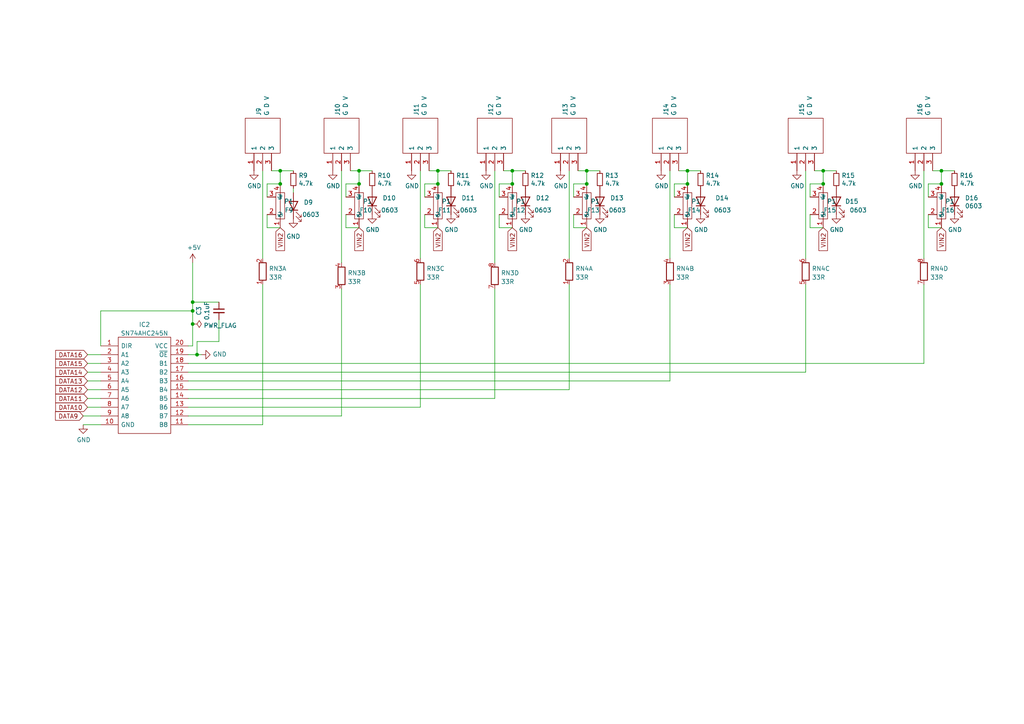
<source format=kicad_sch>
(kicad_sch (version 20211123) (generator eeschema)
  (paper "A4")
  (title_block (title "RPI Cape DPI 24ch Pixel Controller") (date "2022-04-04") (company "OnlineDynamic"))
  (lib_symbols
    (symbol "Device:C_Small" (pin_numbers hide) (pin_names (offset 0.254) hide)
      (property "Reference" "C" (at 0.254 1.778 0))
      (property "Value" "C_Small" (at 0.254 -2.032 0))
      (symbol "C_Small_0_1"
        (polyline (pts (xy -1.524 -0.508) (xy 1.524 -0.508)) (stroke (width 0.3302)))
        (polyline (pts (xy -1.524 0.508) (xy 1.524 0.508)) (stroke (width 0.3048)))
      )
      (symbol "C_Small_1_1"
        (pin passive line (at 0 2.54 270) (length 2.032) (name "~") (number "1"))
        (pin passive line (at 0 -2.54 90) (length 2.032) (name "~") (number "2"))
      )
    )
    (symbol "Device:LED" (pin_numbers hide) (pin_names (offset 1.016) hide)
      (property "Reference" "D" (at 0 2.54 0))
      (property "Value" "LED" (at 0 -2.54 0))
      (symbol "LED_0_1"
        (polyline (pts (xy -1.27 -1.27) (xy -1.27 1.27)) (stroke (width 0.254)))
        (polyline (pts (xy -1.27 0) (xy 1.27 0)))
        (polyline (pts (xy 1.27 -1.27) (xy 1.27 1.27) (xy -1.27 0) (xy 1.27 -1.27)) (stroke (width 0.254)))
        (polyline (pts (xy -3.048 -0.762) (xy -4.572 -2.286) (xy -3.81 -2.286) (xy -4.572 -2.286) (xy -4.572 -1.524)))
        (polyline (pts (xy -1.778 -0.762) (xy -3.302 -2.286) (xy -2.54 -2.286) (xy -3.302 -2.286) (xy -3.302 -1.524)))
      )
      (symbol "LED_1_1"
        (pin passive line (at -3.81 0 0) (length 2.54) (name "K") (number "1"))
        (pin passive line (at 3.81 0 180) (length 2.54) (name "A") (number "2"))
      )
    )
    (symbol "Device:R_Pack04_SIP_Split" (pin_names (offset 0) hide)
      (property "Reference" "RN" (at 2.032 0 90))
      (property "Value" "R_Pack04_SIP_Split" (at 0 0 90))
      (symbol "R_Pack04_SIP_Split_0_1"
        (rectangle (start 1.016 2.54) (end -1.016 -2.54) (stroke (width 0.254)))
      )
      (symbol "R_Pack04_SIP_Split_1_1"
        (pin passive line (at 0 -3.81 90) (length 1.27) (name "R1.1") (number "1"))
        (pin passive line (at 0 3.81 270) (length 1.27) (name "R1.2") (number "2"))
      )
      (symbol "R_Pack04_SIP_Split_2_1"
        (pin passive line (at 0 -3.81 90) (length 1.27) (name "R2.1") (number "3"))
        (pin passive line (at 0 3.81 270) (length 1.27) (name "R2.2") (number "4"))
      )
      (symbol "R_Pack04_SIP_Split_3_1"
        (pin passive line (at 0 -3.81 90) (length 1.27) (name "R3.1") (number "5"))
        (pin passive line (at 0 3.81 270) (length 1.27) (name "R3.2") (number "6"))
      )
      (symbol "R_Pack04_SIP_Split_4_1"
        (pin passive line (at 0 -3.81 90) (length 1.27) (name "R4.1") (number "7"))
        (pin passive line (at 0 3.81 270) (length 1.27) (name "R4.2") (number "8"))
      )
    )
    (symbol "Device:R_Small" (pin_numbers hide) (pin_names (offset 0.254) hide)
      (property "Reference" "R" (at 0.762 0.508 0))
      (property "Value" "R_Small" (at 0.762 -1.016 0))
      (symbol "R_Small_0_1"
        (rectangle (start -0.762 1.778) (end 0.762 -1.778) (stroke (width 0.2032)))
      )
      (symbol "R_Small_1_1"
        (pin passive line (at 0 2.54 270) (length 0.762) (name "~") (number "1"))
        (pin passive line (at 0 -2.54 90) (length 0.762) (name "~") (number "2"))
      )
    )
    (symbol "SamacSys_Parts:SN74AHC245N" (pin_names (offset 0.762))
      (property "Reference" "IC" (at 21.59 7.62 0))
      (property "Value" "SN74AHC245N" (at 21.59 5.08 0))
      (symbol "SN74AHC245N_0_0"
        (pin passive line (at 0 0 0) (length 5.08) (name "DIR") (number "1"))
        (pin passive line (at 0 -22.86 0) (length 5.08) (name "GND") (number "10"))
        (pin passive line (at 25.4 -22.86 180) (length 5.08) (name "B8") (number "11"))
        (pin passive line (at 25.4 -20.32 180) (length 5.08) (name "B7") (number "12"))
        (pin passive line (at 25.4 -17.78 180) (length 5.08) (name "B6") (number "13"))
        (pin passive line (at 25.4 -15.24 180) (length 5.08) (name "B5") (number "14"))
        (pin passive line (at 25.4 -12.7 180) (length 5.08) (name "B4") (number "15"))
        (pin passive line (at 25.4 -10.16 180) (length 5.08) (name "B3") (number "16"))
        (pin passive line (at 25.4 -7.62 180) (length 5.08) (name "B2") (number "17"))
        (pin passive line (at 25.4 -5.08 180) (length 5.08) (name "B1") (number "18"))
        (pin passive line (at 25.4 -2.54 180) (length 5.08) (name "~{OE}") (number "19"))
        (pin passive line (at 0 -2.54 0) (length 5.08) (name "A1") (number "2"))
        (pin passive line (at 25.4 0 180) (length 5.08) (name "VCC") (number "20"))
        (pin passive line (at 0 -5.08 0) (length 5.08) (name "A2") (number "3"))
        (pin passive line (at 0 -7.62 0) (length 5.08) (name "A3") (number "4"))
        (pin passive line (at 0 -10.16 0) (length 5.08) (name "A4") (number "5"))
        (pin passive line (at 0 -12.7 0) (length 5.08) (name "A5") (number "6"))
        (pin passive line (at 0 -15.24 0) (length 5.08) (name "A6") (number "7"))
        (pin passive line (at 0 -17.78 0) (length 5.08) (name "A7") (number "8"))
        (pin passive line (at 0 -20.32 0) (length 5.08) (name "A8") (number "9"))
      )
      (symbol "SN74AHC245N_0_1"
        (polyline (pts (xy 5.08 2.54) (xy 20.32 2.54) (xy 20.32 -25.4) (xy 5.08 -25.4) (xy 5.08 2.54)) (stroke (width 0.1524)))
      )
    )
    (symbol "Stuarts_BESPOKE:Medium_Auto_Fuse_Holder"
      (property "Reference" "F" (at 0 0 0))
      (property "Value" "Medium_Auto_Fuse_Holder" (at 11.43 -5.08 0))
      (symbol "Medium_Auto_Fuse_Holder_0_1"
        (rectangle (start -3.81 -2.54) (end -1.27 -10.16) (stroke (width 0.1524)))
        (polyline (pts (xy -2.54 -10.16) (xy -2.54 -2.54)) (stroke (width 0.1524)))
      )
      (symbol "Medium_Auto_Fuse_Holder_1_1"
        (pin input line (at -2.54 0 270) (length 2.54) (name "1") (number "1"))
        (pin input line (at 1.27 -3.81 180) (length 2.54) (name "2") (number "2"))
        (pin output line (at 1.27 -8.89 180) (length 2.54) (name "3") (number "3"))
        (pin output line (at -2.54 -12.7 90) (length 2.54) (name "4") (number "4"))
      )
    )
    (symbol "owl_cape-rescue:284514-3-SamacSys_Parts" (pin_names (offset 0.762))
      (property "Reference" "J" (at 16.51 7.62 0))
      (property "Value" "284514-3-SamacSys_Parts" (at 16.51 5.08 0))
      (symbol "284514-3-SamacSys_Parts_0_0"
        (pin passive line (at 0 0 0) (length 5.08) (name "1") (number "1"))
        (pin passive line (at 0 -2.54 0) (length 5.08) (name "2") (number "2"))
        (pin passive line (at 0 -5.08 0) (length 5.08) (name "3") (number "3"))
      )
      (symbol "284514-3-SamacSys_Parts_0_1"
        (polyline (pts (xy 5.08 2.54) (xy 15.24 2.54) (xy 15.24 -7.62) (xy 5.08 -7.62) (xy 5.08 2.54)) (stroke (width 0.1524)))
      )
    )
    (symbol "power:+5V" (power) (pin_names (offset 0))
      (property "Value" "+5V" (at 0 3.556 0))
      (symbol "+5V_0_1"
        (polyline (pts (xy -0.762 1.27) (xy 0 2.54)))
        (polyline (pts (xy 0 0) (xy 0 2.54)))
        (polyline (pts (xy 0 2.54) (xy 0.762 1.27)))
      )
      (symbol "+5V_1_1"
        (pin power_in line (at 0 0 90) (length 0) hide (name "+5V") (number "1"))
      )
    )
    (symbol "power:GND" (power) (pin_names (offset 0))
      (property "Value" "GND" (at 0 -3.81 0))
      (symbol "GND_0_1"
        (polyline (pts (xy 0 0) (xy 0 -1.27) (xy 1.27 -1.27) (xy 0 -2.54) (xy -1.27 -1.27) (xy 0 -1.27)))
      )
      (symbol "GND_1_1"
        (pin power_in line (at 0 0 270) (length 0) hide (name "GND") (number "1"))
      )
    )
    (symbol "power:PWR_FLAG" (power) (pin_numbers hide) (pin_names (offset 0) hide)
      (property "Value" "PWR_FLAG" (at 0 3.81 0))
      (symbol "PWR_FLAG_0_0"
        (pin power_out line (at 0 0 90) (length 0) (name "pwr") (number "1"))
      )
      (symbol "PWR_FLAG_0_1"
        (polyline (pts (xy 0 0) (xy 0 1.27) (xy -1.016 1.905) (xy 0 2.54) (xy 1.016 1.905) (xy 0 1.27)))
      )
    )
  )
  (junction (at 55.88 87.63))
  (junction (at 170.18 53.34))
  (junction (at 238.76 49.53))
  (junction (at 55.88 93.98))
  (junction (at 81.28 53.34))
  (junction (at 55.88 90.17))
  (junction (at 127 49.53))
  (junction (at 199.39 49.53))
  (junction (at 273.05 53.34))
  (junction (at 148.59 53.34))
  (junction (at 104.14 49.53))
  (junction (at 273.05 49.53))
  (junction (at 238.76 53.34))
  (junction (at 199.39 53.34))
  (junction (at 170.18 49.53))
  (junction (at 127 53.34))
  (junction (at 104.14 53.34))
  (junction (at 57.15 102.87))
  (junction (at 81.28 49.53))
  (junction (at 148.59 49.53))
  (wire (pts (xy 77.47 62.23) (xy 77.47 66.04)))
  (wire (pts (xy 76.2 82.55) (xy 76.2 123.19)))
  (wire (pts (xy 25.4 107.95) (xy 29.21 107.95)))
  (wire (pts (xy 63.5 87.63) (xy 55.88 87.63)))
  (wire (pts (xy 55.88 76.2) (xy 55.88 87.63)))
  (wire (pts (xy 166.37 53.34) (xy 170.18 53.34)))
  (wire (pts (xy 167.64 49.53) (xy 170.18 49.53)))
  (wire (pts (xy 195.58 66.04) (xy 199.39 66.04)))
  (wire (pts (xy 267.97 82.55) (xy 267.97 105.41)))
  (wire (pts (xy 194.31 82.55) (xy 194.31 110.49)))
  (wire (pts (xy 55.88 93.98) (xy 55.88 100.33)))
  (wire (pts (xy 165.1 49.53) (xy 165.1 74.93)))
  (wire (pts (xy 146.05 49.53) (xy 148.59 49.53)))
  (wire (pts (xy 127 49.53) (xy 127 53.34)))
  (wire (pts (xy 25.4 113.03) (xy 29.21 113.03)))
  (wire (pts (xy 199.39 49.53) (xy 203.2 49.53)))
  (wire (pts (xy 55.88 90.17) (xy 55.88 93.98)))
  (wire (pts (xy 24.13 120.65) (xy 29.21 120.65)))
  (wire (pts (xy 195.58 53.34) (xy 199.39 53.34)))
  (wire (pts (xy 25.4 102.87) (xy 29.21 102.87)))
  (wire (pts (xy 170.18 49.53) (xy 173.99 49.53)))
  (wire (pts (xy 57.15 102.87) (xy 58.42 102.87)))
  (wire (pts (xy 123.19 62.23) (xy 123.19 66.04)))
  (wire (pts (xy 143.51 115.57) (xy 54.61 115.57)))
  (wire (pts (xy 234.95 57.15) (xy 234.95 53.34)))
  (wire (pts (xy 77.47 66.04) (xy 81.28 66.04)))
  (wire (pts (xy 269.24 62.23) (xy 269.24 66.04)))
  (wire (pts (xy 121.92 49.53) (xy 121.92 74.93)))
  (wire (pts (xy 29.21 90.17) (xy 55.88 90.17)))
  (wire (pts (xy 54.61 107.95) (xy 233.68 107.95)))
  (wire (pts (xy 76.2 49.53) (xy 76.2 74.93)))
  (wire (pts (xy 54.61 118.11) (xy 121.92 118.11)))
  (wire (pts (xy 144.78 62.23) (xy 144.78 66.04)))
  (wire (pts (xy 144.78 53.34) (xy 148.59 53.34)))
  (wire (pts (xy 166.37 66.04) (xy 170.18 66.04)))
  (wire (pts (xy 124.46 49.53) (xy 127 49.53)))
  (wire (pts (xy 54.61 113.03) (xy 165.1 113.03)))
  (wire (pts (xy 233.68 49.53) (xy 233.68 74.93)))
  (wire (pts (xy 99.06 49.53) (xy 99.06 76.2)))
  (wire (pts (xy 143.51 49.53) (xy 143.51 76.2)))
  (wire (pts (xy 25.4 110.49) (xy 29.21 110.49)))
  (wire (pts (xy 196.85 49.53) (xy 199.39 49.53)))
  (wire (pts (xy 166.37 62.23) (xy 166.37 66.04)))
  (wire (pts (xy 194.31 49.53) (xy 194.31 74.93)))
  (wire (pts (xy 144.78 66.04) (xy 148.59 66.04)))
  (wire (pts (xy 100.33 57.15) (xy 100.33 53.34)))
  (wire (pts (xy 99.06 120.65) (xy 54.61 120.65)))
  (wire (pts (xy 100.33 66.04) (xy 104.14 66.04)))
  (wire (pts (xy 269.24 53.34) (xy 273.05 53.34)))
  (wire (pts (xy 273.05 49.53) (xy 276.86 49.53)))
  (wire (pts (xy 100.33 53.34) (xy 104.14 53.34)))
  (wire (pts (xy 77.47 53.34) (xy 81.28 53.34)))
  (wire (pts (xy 104.14 49.53) (xy 107.95 49.53)))
  (wire (pts (xy 57.15 99.06) (xy 57.15 102.87)))
  (wire (pts (xy 267.97 49.53) (xy 267.97 74.93)))
  (wire (pts (xy 194.31 110.49) (xy 54.61 110.49)))
  (wire (pts (xy 63.5 99.06) (xy 57.15 99.06)))
  (wire (pts (xy 144.78 57.15) (xy 144.78 53.34)))
  (wire (pts (xy 123.19 57.15) (xy 123.19 53.34)))
  (wire (pts (xy 195.58 62.23) (xy 195.58 66.04)))
  (wire (pts (xy 143.51 83.82) (xy 143.51 115.57)))
  (wire (pts (xy 25.4 105.41) (xy 29.21 105.41)))
  (wire (pts (xy 24.13 123.19) (xy 29.21 123.19)))
  (wire (pts (xy 199.39 49.53) (xy 199.39 53.34)))
  (wire (pts (xy 123.19 66.04) (xy 127 66.04)))
  (wire (pts (xy 234.95 53.34) (xy 238.76 53.34)))
  (wire (pts (xy 104.14 49.53) (xy 104.14 53.34)))
  (wire (pts (xy 234.95 62.23) (xy 234.95 66.04)))
  (wire (pts (xy 101.6 49.53) (xy 104.14 49.53)))
  (wire (pts (xy 273.05 49.53) (xy 273.05 53.34)))
  (wire (pts (xy 77.47 57.15) (xy 77.47 53.34)))
  (wire (pts (xy 238.76 49.53) (xy 242.57 49.53)))
  (wire (pts (xy 165.1 113.03) (xy 165.1 82.55)))
  (wire (pts (xy 170.18 49.53) (xy 170.18 53.34)))
  (wire (pts (xy 270.51 49.53) (xy 273.05 49.53)))
  (wire (pts (xy 63.5 92.71) (xy 63.5 99.06)))
  (wire (pts (xy 148.59 49.53) (xy 152.4 49.53)))
  (wire (pts (xy 121.92 118.11) (xy 121.92 82.55)))
  (wire (pts (xy 127 49.53) (xy 130.81 49.53)))
  (wire (pts (xy 76.2 123.19) (xy 54.61 123.19)))
  (wire (pts (xy 269.24 57.15) (xy 269.24 53.34)))
  (wire (pts (xy 233.68 107.95) (xy 233.68 82.55)))
  (wire (pts (xy 236.22 49.53) (xy 238.76 49.53)))
  (wire (pts (xy 54.61 102.87) (xy 57.15 102.87)))
  (wire (pts (xy 234.95 66.04) (xy 238.76 66.04)))
  (wire (pts (xy 166.37 57.15) (xy 166.37 53.34)))
  (wire (pts (xy 148.59 49.53) (xy 148.59 53.34)))
  (wire (pts (xy 54.61 100.33) (xy 55.88 100.33)))
  (wire (pts (xy 81.28 49.53) (xy 85.09 49.53)))
  (wire (pts (xy 25.4 115.57) (xy 29.21 115.57)))
  (wire (pts (xy 99.06 83.82) (xy 99.06 120.65)))
  (wire (pts (xy 85.09 54.61) (xy 85.09 55.88)))
  (wire (pts (xy 123.19 53.34) (xy 127 53.34)))
  (wire (pts (xy 267.97 105.41) (xy 54.61 105.41)))
  (wire (pts (xy 195.58 57.15) (xy 195.58 53.34)))
  (wire (pts (xy 238.76 49.53) (xy 238.76 53.34)))
  (wire (pts (xy 25.4 118.11) (xy 29.21 118.11)))
  (wire (pts (xy 29.21 100.33) (xy 29.21 90.17)))
  (wire (pts (xy 100.33 62.23) (xy 100.33 66.04)))
  (wire (pts (xy 78.74 49.53) (xy 81.28 49.53)))
  (wire (pts (xy 269.24 66.04) (xy 273.05 66.04)))
  (wire (pts (xy 81.28 49.53) (xy 81.28 53.34)))
  (wire (pts (xy 55.88 87.63) (xy 55.88 90.17)))
  (global_label "VIN2" (shape input) (at 104.14 66.04 270) (property "Intersheet References" "${INTERSHEET_REFS}" (effects hide)))
  (global_label "VIN2" (shape input) (at 238.76 66.04 270) (property "Intersheet References" "${INTERSHEET_REFS}" (effects hide)))
  (global_label "VIN2" (shape input) (at 170.18 66.04 270) (property "Intersheet References" "${INTERSHEET_REFS}" (effects hide)))
  (global_label "DATA15" (shape input) (at 25.4 105.41 180) (property "Intersheet References" "${INTERSHEET_REFS}" (effects hide)))
  (global_label "DATA13" (shape input) (at 25.4 110.49 180) (property "Intersheet References" "${INTERSHEET_REFS}" (effects hide)))
  (global_label "DATA11" (shape input) (at 25.4 115.57 180) (property "Intersheet References" "${INTERSHEET_REFS}" (effects hide)))
  (global_label "VIN2" (shape input) (at 127 66.04 270) (property "Intersheet References" "${INTERSHEET_REFS}" (effects hide)))
  (global_label "VIN2" (shape input) (at 199.39 66.04 270) (property "Intersheet References" "${INTERSHEET_REFS}" (effects hide)))
  (global_label "VIN2" (shape input) (at 273.05 66.04 270) (property "Intersheet References" "${INTERSHEET_REFS}" (effects hide)))
  (global_label "VIN2" (shape input) (at 148.59 66.04 270) (property "Intersheet References" "${INTERSHEET_REFS}" (effects hide)))
  (global_label "DATA10" (shape input) (at 25.4 118.11 180) (property "Intersheet References" "${INTERSHEET_REFS}" (effects hide)))
  (global_label "DATA14" (shape input) (at 25.4 107.95 180) (property "Intersheet References" "${INTERSHEET_REFS}" (effects hide)))
  (global_label "DATA12" (shape input) (at 25.4 113.03 180) (property "Intersheet References" "${INTERSHEET_REFS}" (effects hide)))
  (global_label "VIN2" (shape input) (at 81.28 66.04 270) (property "Intersheet References" "${INTERSHEET_REFS}" (effects hide)))
  (global_label "DATA9" (shape input) (at 24.13 120.65 180) (property "Intersheet References" "${INTERSHEET_REFS}" (effects hide)))
  (global_label "DATA16" (shape input) (at 25.4 102.87 180) (property "Intersheet References" "${INTERSHEET_REFS}" (effects hide)))
  (symbol (lib_id "power:GND") (at 85.09 63.5 0) (unit 1)
    (property "Reference" "#PWR0116" (effects hide))
    (property "Value" "GND" (at 85.09 68.58 0))
  )
  (symbol (lib_id "power:GND") (at 231.14 49.53 0) (unit 1)
    (property "Reference" "#PWR0107" (effects hide))
    (property "Value" "GND" (at 231.267 53.9242 0))
  )
  (symbol (lib_id "owl_cape-rescue:284514-3-SamacSys_Parts") (at 140.97 49.53 90) (unit 1)
    (property "Reference" "J12" (at 142.3416 33.5788 0) (effects (justify left)))
    (property "Value" "G D V" (at 144.653 33.5788 0) (effects (justify left)))
    (property "Footprint" "Connector_Phoenix_MC:PhoenixContact_MCV_1,5_3-G-3.5_1x03_P3.50mm_Vertical" (effects hide))
    (property "Datasheet" "https://www.te.com/commerce/DocumentDelivery/DDEController?Action=srchrtrv&DocNm=284514&DocType=Customer+Drawing&DocLang=English&DocFormat=pdf&PartCntxt=284514-3" (effects hide))
    (property "Description" "TE Connectivity Buchanan, 3 Way, 1 Row, Straight PCB Terminal Block Header" (effects hide))
    (property "Height" "9.4" (effects hide))
    (property "Mouser Part Number" "571-284514-3" (effects hide))
    (property "Mouser Price/Stock" "https://www.mouser.co.uk/ProductDetail/TE-Connectivity/284514-3/?qs=woBvfblj%2FzwGS50caoQlYA%3D%3D" (effects hide))
    (property "Manufacturer_Name" "TE Connectivity" (effects hide))
    (property "Manufacturer_Part_Number" "284514-3" (effects hide))
  )
  (symbol (lib_id "Stuarts_BESPOKE:Medium_Auto_Fuse_Holder") (at 124.46 66.04 180) (unit 1)
    (property "Reference" "F11" (at 130.81 60.96 0) (effects (justify left)))
    (property "Value" "P1" (at 130.81 58.42 0) (effects (justify left)))
    (property "Footprint" "Stuart_BESPOKE:Medium Auto Fuse Holder" (effects hide))
  )
  (symbol (lib_id "power:GND") (at 152.4 62.23 0) (unit 1)
    (property "Reference" "#PWR0113" (effects hide))
    (property "Value" "GND" (at 152.527 66.6242 0))
  )
  (symbol (lib_id "Stuarts_BESPOKE:Medium_Auto_Fuse_Holder") (at 167.64 66.04 180) (unit 1)
    (property "Reference" "F13" (at 173.99 60.96 0) (effects (justify left)))
    (property "Value" "P1" (at 173.99 58.42 0) (effects (justify left)))
    (property "Footprint" "Stuart_BESPOKE:Medium Auto Fuse Holder" (effects hide))
  )
  (symbol (lib_id "Stuarts_BESPOKE:Medium_Auto_Fuse_Holder") (at 270.51 66.04 180) (unit 1)
    (property "Reference" "F16" (at 276.86 60.96 0) (effects (justify left)))
    (property "Value" "P1" (at 276.86 58.42 0) (effects (justify left)))
    (property "Footprint" "Stuart_BESPOKE:Medium Auto Fuse Holder" (effects hide))
  )
  (symbol (lib_id "Stuarts_BESPOKE:Medium_Auto_Fuse_Holder") (at 146.05 66.04 180) (unit 1)
    (property "Reference" "F12" (at 152.4 60.96 0) (effects (justify left)))
    (property "Value" "P1" (at 152.4 58.42 0) (effects (justify left)))
    (property "Footprint" "Stuart_BESPOKE:Medium Auto Fuse Holder" (effects hide))
  )
  (symbol (lib_id "power:GND") (at 276.86 62.23 0) (unit 1)
    (property "Reference" "#PWR0109" (effects hide))
    (property "Value" "GND" (at 276.987 66.6242 0))
  )
  (symbol (lib_id "Device:R_Small") (at 276.86 52.07 0) (unit 1)
    (property "Reference" "R16" (at 278.3586 50.9016 0) (effects (justify left)))
    (property "Value" "4.7k" (at 278.3586 53.213 0) (effects (justify left)))
    (property "Footprint" "Resistor_SMD:R_0805_2012Metric" (effects hide))
    (property "Datasheet" "https://datasheet.lcsc.com/szlcsc/Uniroyal-Elec-0805W8F2201T5E_C17520.pdf" (effects hide))
    (property "Description" "C17673" (effects hide))
  )
  (symbol (lib_id "Device:LED") (at 242.57 58.42 90) (unit 1)
    (property "Reference" "D15" (at 245.11 58.42 90) (effects (justify right)))
    (property "Value" "0603" (at 246.38 60.96 90) (effects (justify right)))
    (property "Footprint" "LED_SMD:LED_0603_1608Metric" (effects hide))
    (property "Datasheet" "Everlight-Elec-19-217-GHC-YR1S2-3T_C72043.pdf" (effects hide))
    (property "Description" "C72043" (effects hide))
  )
  (symbol (lib_id "power:GND") (at 107.95 62.23 0) (unit 1)
    (property "Reference" "#PWR0115" (effects hide))
    (property "Value" "GND" (at 108.077 66.6242 0))
  )
  (symbol (lib_id "owl_cape-rescue:284514-3-SamacSys_Parts") (at 231.14 49.53 90) (unit 1)
    (property "Reference" "J15" (at 232.5116 33.5788 0) (effects (justify left)))
    (property "Value" "G D V" (at 234.823 33.5788 0) (effects (justify left)))
    (property "Footprint" "Connector_Phoenix_MC:PhoenixContact_MCV_1,5_3-G-3.5_1x03_P3.50mm_Vertical" (effects hide))
    (property "Datasheet" "https://www.te.com/commerce/DocumentDelivery/DDEController?Action=srchrtrv&DocNm=284514&DocType=Customer+Drawing&DocLang=English&DocFormat=pdf&PartCntxt=284514-3" (effects hide))
    (property "Description" "TE Connectivity Buchanan, 3 Way, 1 Row, Straight PCB Terminal Block Header" (effects hide))
    (property "Height" "9.4" (effects hide))
    (property "Mouser Part Number" "571-284514-3" (effects hide))
    (property "Mouser Price/Stock" "https://www.mouser.co.uk/ProductDetail/TE-Connectivity/284514-3/?qs=woBvfblj%2FzwGS50caoQlYA%3D%3D" (effects hide))
    (property "Manufacturer_Name" "TE Connectivity" (effects hide))
    (property "Manufacturer_Part_Number" "284514-3" (effects hide))
  )
  (symbol (lib_id "power:GND") (at 203.2 62.23 0) (unit 1)
    (property "Reference" "#PWR0111" (effects hide))
    (property "Value" "GND" (at 203.327 66.6242 0))
  )
  (symbol (lib_id "power:GND") (at 162.56 49.53 0) (unit 1)
    (property "Reference" "#PWR0105" (effects hide))
    (property "Value" "GND" (at 162.687 53.9242 0))
  )
  (symbol (lib_id "power:GND") (at 191.77 49.53 0) (unit 1)
    (property "Reference" "#PWR0106" (effects hide))
    (property "Value" "GND" (at 191.897 53.9242 0))
  )
  (symbol (lib_id "owl_cape-rescue:284514-3-SamacSys_Parts") (at 96.52 49.53 90) (unit 1)
    (property "Reference" "J10" (at 97.8916 33.5788 0) (effects (justify left)))
    (property "Value" "G D V" (at 100.203 33.5788 0) (effects (justify left)))
    (property "Footprint" "Connector_Phoenix_MC:PhoenixContact_MCV_1,5_3-G-3.5_1x03_P3.50mm_Vertical" (effects hide))
    (property "Datasheet" "https://www.te.com/commerce/DocumentDelivery/DDEController?Action=srchrtrv&DocNm=284514&DocType=Customer+Drawing&DocLang=English&DocFormat=pdf&PartCntxt=284514-3" (effects hide))
    (property "Description" "TE Connectivity Buchanan, 3 Way, 1 Row, Straight PCB Terminal Block Header" (effects hide))
    (property "Height" "9.4" (effects hide))
    (property "Mouser Part Number" "571-284514-3" (effects hide))
    (property "Mouser Price/Stock" "https://www.mouser.co.uk/ProductDetail/TE-Connectivity/284514-3/?qs=woBvfblj%2FzwGS50caoQlYA%3D%3D" (effects hide))
    (property "Manufacturer_Name" "TE Connectivity" (effects hide))
    (property "Manufacturer_Part_Number" "284514-3" (effects hide))
  )
  (symbol (lib_id "Stuarts_BESPOKE:Medium_Auto_Fuse_Holder") (at 236.22 66.04 180) (unit 1)
    (property "Reference" "F15" (at 242.57 60.96 0) (effects (justify left)))
    (property "Value" "P1" (at 242.57 58.42 0) (effects (justify left)))
    (property "Footprint" "Stuart_BESPOKE:Medium Auto Fuse Holder" (effects hide))
  )
  (symbol (lib_id "owl_cape-rescue:284514-3-SamacSys_Parts") (at 191.77 49.53 90) (unit 1)
    (property "Reference" "J14" (at 193.1416 33.5788 0) (effects (justify left)))
    (property "Value" "G D V" (at 195.453 33.5788 0) (effects (justify left)))
    (property "Footprint" "Connector_Phoenix_MC:PhoenixContact_MCV_1,5_3-G-3.5_1x03_P3.50mm_Vertical" (effects hide))
    (property "Datasheet" "https://www.te.com/commerce/DocumentDelivery/DDEController?Action=srchrtrv&DocNm=284514&DocType=Customer+Drawing&DocLang=English&DocFormat=pdf&PartCntxt=284514-3" (effects hide))
    (property "Description" "TE Connectivity Buchanan, 3 Way, 1 Row, Straight PCB Terminal Block Header" (effects hide))
    (property "Height" "9.4" (effects hide))
    (property "Mouser Part Number" "571-284514-3" (effects hide))
    (property "Mouser Price/Stock" "https://www.mouser.co.uk/ProductDetail/TE-Connectivity/284514-3/?qs=woBvfblj%2FzwGS50caoQlYA%3D%3D" (effects hide))
    (property "Manufacturer_Name" "TE Connectivity" (effects hide))
    (property "Manufacturer_Part_Number" "284514-3" (effects hide))
  )
  (symbol (lib_id "power:GND") (at 265.43 49.53 0) (unit 1)
    (property "Reference" "#PWR0108" (effects hide))
    (property "Value" "GND" (at 265.557 53.9242 0))
  )
  (symbol (lib_id "power:PWR_FLAG") (at 55.88 93.98 270) (unit 1)
    (property "Reference" "#FLG01" (effects hide))
    (property "Value" "PWR_FLAG" (at 59.055 94.4138 90) (effects (justify left)))
  )
  (symbol (lib_id "power:GND") (at 96.52 49.53 0) (unit 1)
    (property "Reference" "#PWR0101" (effects hide))
    (property "Value" "GND" (at 96.647 53.9242 0))
  )
  (symbol (lib_id "Device:R_Small") (at 173.99 52.07 0) (unit 1)
    (property "Reference" "R13" (at 175.4886 50.9016 0) (effects (justify left)))
    (property "Value" "4.7k" (at 175.4886 53.213 0) (effects (justify left)))
    (property "Footprint" "Resistor_SMD:R_0805_2012Metric" (effects hide))
    (property "Datasheet" "https://datasheet.lcsc.com/szlcsc/Uniroyal-Elec-0805W8F2201T5E_C17520.pdf" (effects hide))
    (property "Description" "C17673" (effects hide))
  )
  (symbol (lib_id "Device:LED") (at 130.81 58.42 90) (unit 1)
    (property "Reference" "D11" (at 133.8072 57.4294 90) (effects (justify right)))
    (property "Value" "0603" (at 133.35 60.96 90) (effects (justify right)))
    (property "Footprint" "LED_SMD:LED_0603_1608Metric" (effects hide))
    (property "Datasheet" "Everlight-Elec-19-217-GHC-YR1S2-3T_C72043.pdf" (effects hide))
    (property "Description" "C72043" (effects hide))
  )
  (symbol (lib_id "Device:R_Small") (at 242.57 52.07 0) (unit 1)
    (property "Reference" "R15" (at 244.0686 50.9016 0) (effects (justify left)))
    (property "Value" "4.7k" (at 244.0686 53.213 0) (effects (justify left)))
    (property "Footprint" "Resistor_SMD:R_0805_2012Metric" (effects hide))
    (property "Datasheet" "https://datasheet.lcsc.com/szlcsc/Uniroyal-Elec-0805W8F2201T5E_C17520.pdf" (effects hide))
    (property "Description" "C17673" (effects hide))
  )
  (symbol (lib_id "Device:LED") (at 173.99 58.42 90) (unit 1)
    (property "Reference" "D13" (at 176.9872 57.4294 90) (effects (justify right)))
    (property "Value" "0603" (at 176.53 60.96 90) (effects (justify right)))
    (property "Footprint" "LED_SMD:LED_0603_1608Metric" (effects hide))
    (property "Datasheet" "Everlight-Elec-19-217-GHC-YR1S2-3T_C72043.pdf" (effects hide))
    (property "Description" "C72043" (effects hide))
  )
  (symbol (lib_id "Device:R_Pack04_SIP_Split") (at 194.31 78.74 0) (unit 2)
    (property "Reference" "RN4" (at 196.088 77.9053 0) (effects (justify left)))
    (property "Value" "33R" (at 196.088 80.4422 0) (effects (justify left)))
    (property "Footprint" "Resistor_THT:R_Array_SIP8" (effects hide))
    (property "Datasheet" "http://www.vishay.com/docs/31509/csc.pdf" (effects hide))
  )
  (symbol (lib_id "Device:R_Small") (at 85.09 52.07 0) (unit 1)
    (property "Reference" "R9" (at 86.5886 50.9016 0) (effects (justify left)))
    (property "Value" "4.7k" (at 86.5886 53.213 0) (effects (justify left)))
    (property "Footprint" "Resistor_SMD:R_0805_2012Metric" (effects hide))
    (property "Datasheet" "https://datasheet.lcsc.com/szlcsc/Uniroyal-Elec-0805W8F2201T5E_C17520.pdf" (effects hide))
    (property "Description" "C17673" (effects hide))
  )
  (symbol (lib_id "Device:R_Pack04_SIP_Split") (at 165.1 78.74 0) (unit 1)
    (property "Reference" "RN4" (at 166.878 77.9053 0) (effects (justify left)))
    (property "Value" "33R" (at 166.878 80.4422 0) (effects (justify left)))
    (property "Footprint" "Resistor_THT:R_Array_SIP8" (effects hide))
    (property "Datasheet" "http://www.vishay.com/docs/31509/csc.pdf" (effects hide))
  )
  (symbol (lib_id "Device:R_Pack04_SIP_Split") (at 76.2 78.74 0) (unit 1)
    (property "Reference" "RN3" (at 77.978 77.9053 0) (effects (justify left)))
    (property "Value" "33R" (at 77.978 80.4422 0) (effects (justify left)))
    (property "Footprint" "Resistor_THT:R_Array_SIP8" (effects hide))
    (property "Datasheet" "http://www.vishay.com/docs/31509/csc.pdf" (effects hide))
  )
  (symbol (lib_id "Device:C_Small") (at 63.5 90.17 0) (unit 1)
    (property "Reference" "C3" (at 57.6834 90.17 90))
    (property "Value" "0.1uF" (at 59.9948 90.17 90))
    (property "Footprint" "Capacitor_THT:C_Radial_D5.0mm_H11.0mm_P2.00mm" (effects hide))
  )
  (symbol (lib_id "power:GND") (at 24.13 123.19 0) (unit 1)
    (property "Reference" "#PWR0117" (effects hide))
    (property "Value" "GND" (at 24.257 127.5842 0))
  )
  (symbol (lib_id "Stuarts_BESPOKE:Medium_Auto_Fuse_Holder") (at 196.85 66.04 180) (unit 1)
    (property "Reference" "F14" (at 203.2 60.96 0) (effects (justify left)))
    (property "Value" "P1" (at 203.2 58.42 0) (effects (justify left)))
    (property "Footprint" "Stuart_BESPOKE:Medium Auto Fuse Holder" (effects hide))
  )
  (symbol (lib_id "Device:LED") (at 85.09 59.69 90) (unit 1)
    (property "Reference" "D9" (at 88.0872 58.6994 90) (effects (justify right)))
    (property "Value" "0603" (at 87.63 62.23 90) (effects (justify right)))
    (property "Footprint" "LED_SMD:LED_0603_1608Metric" (effects hide))
    (property "Datasheet" "Everlight-Elec-19-217-GHC-YR1S2-3T_C72043.pdf" (effects hide))
    (property "Description" "C72043" (effects hide))
  )
  (symbol (lib_id "SamacSys_Parts:SN74AHC245N") (at 29.21 100.33 0) (unit 1)
    (property "Reference" "IC2" (at 41.91 94.141 0))
    (property "Value" "SN74AHC245N" (at 41.91 96.6779 0))
    (property "Footprint" "DIP794W53P254L2540H508Q20N" (effects hide))
    (property "Datasheet" "http://www.ti.com/lit/gpn/sn74ahc245" (effects hide))
    (property "Description" "Octal Bus Transceivers With 3-State Outputs" (effects hide))
    (property "Height" "5.08" (effects hide))
    (property "Mouser Part Number" "595-SN74AHC245N" (effects hide))
    (property "Mouser Price/Stock" "https://www.mouser.co.uk/ProductDetail/Texas-Instruments/SN74AHC245N?qs=VuX40u8tcuDay2YZKkMgdw%3D%3D" (effects hide))
    (property "Manufacturer_Name" "Texas Instruments" (effects hide))
    (property "Manufacturer_Part_Number" "SN74AHC245N" (effects hide))
  )
  (symbol (lib_id "owl_cape-rescue:284514-3-SamacSys_Parts") (at 265.43 49.53 90) (unit 1)
    (property "Reference" "J16" (at 266.8016 33.5788 0) (effects (justify left)))
    (property "Value" "G D V" (at 269.113 33.5788 0) (effects (justify left)))
    (property "Footprint" "Connector_Phoenix_MC:PhoenixContact_MCV_1,5_3-G-3.5_1x03_P3.50mm_Vertical" (effects hide))
    (property "Datasheet" "https://www.te.com/commerce/DocumentDelivery/DDEController?Action=srchrtrv&DocNm=284514&DocType=Customer+Drawing&DocLang=English&DocFormat=pdf&PartCntxt=284514-3" (effects hide))
    (property "Description" "TE Connectivity Buchanan, 3 Way, 1 Row, Straight PCB Terminal Block Header" (effects hide))
    (property "Height" "9.4" (effects hide))
    (property "Mouser Part Number" "571-284514-3" (effects hide))
    (property "Mouser Price/Stock" "https://www.mouser.co.uk/ProductDetail/TE-Connectivity/284514-3/?qs=woBvfblj%2FzwGS50caoQlYA%3D%3D" (effects hide))
    (property "Manufacturer_Name" "TE Connectivity" (effects hide))
    (property "Manufacturer_Part_Number" "284514-3" (effects hide))
  )
  (symbol (lib_id "Stuarts_BESPOKE:Medium_Auto_Fuse_Holder") (at 101.6 66.04 180) (unit 1)
    (property "Reference" "F10" (at 107.95 60.96 0) (effects (justify left)))
    (property "Value" "P1" (at 107.95 58.42 0) (effects (justify left)))
    (property "Footprint" "Stuart_BESPOKE:Medium Auto Fuse Holder" (effects hide))
  )
  (symbol (lib_id "power:+5V") (at 55.88 76.2 0) (unit 1)
    (property "Reference" "#PWR0118" (effects hide))
    (property "Value" "+5V" (at 56.261 71.8058 0))
  )
  (symbol (lib_id "power:GND") (at 130.81 62.23 0) (unit 1)
    (property "Reference" "#PWR0114" (effects hide))
    (property "Value" "GND" (at 130.937 66.6242 0))
  )
  (symbol (lib_id "Device:R_Small") (at 152.4 52.07 0) (unit 1)
    (property "Reference" "R12" (at 153.8986 50.9016 0) (effects (justify left)))
    (property "Value" "4.7k" (at 153.8986 53.213 0) (effects (justify left)))
    (property "Footprint" "Resistor_SMD:R_0805_2012Metric" (effects hide))
    (property "Datasheet" "https://datasheet.lcsc.com/szlcsc/Uniroyal-Elec-0805W8F2201T5E_C17520.pdf" (effects hide))
    (property "Description" "C17673" (effects hide))
  )
  (symbol (lib_id "Device:LED") (at 107.95 58.42 90) (unit 1)
    (property "Reference" "D10" (at 110.9472 57.4294 90) (effects (justify right)))
    (property "Value" "0603" (at 110.49 60.96 90) (effects (justify right)))
    (property "Footprint" "LED_SMD:LED_0603_1608Metric" (effects hide))
    (property "Datasheet" "Everlight-Elec-19-217-GHC-YR1S2-3T_C72043.pdf" (effects hide))
    (property "Description" "C72043" (effects hide))
  )
  (symbol (lib_id "power:GND") (at 242.57 62.23 0) (unit 1)
    (property "Reference" "#PWR0110" (effects hide))
    (property "Value" "GND" (at 242.697 66.6242 0))
  )
  (symbol (lib_id "Device:LED") (at 276.86 58.42 90) (unit 1)
    (property "Reference" "D16" (at 279.8572 57.4294 90) (effects (justify right)))
    (property "Value" "0603" (at 279.8572 59.7408 90) (effects (justify right)))
    (property "Footprint" "LED_SMD:LED_0603_1608Metric" (effects hide))
    (property "Datasheet" "Everlight-Elec-19-217-GHC-YR1S2-3T_C72043.pdf" (effects hide))
    (property "Description" "C72043" (effects hide))
  )
  (symbol (lib_id "Stuarts_BESPOKE:Medium_Auto_Fuse_Holder") (at 78.74 66.04 180) (unit 1)
    (property "Reference" "F9" (at 85.09 60.96 0) (effects (justify left)))
    (property "Value" "P1" (at 85.09 58.42 0) (effects (justify left)))
    (property "Footprint" "Stuart_BESPOKE:Medium Auto Fuse Holder" (effects hide))
  )
  (symbol (lib_id "Device:LED") (at 152.4 58.42 90) (unit 1)
    (property "Reference" "D12" (at 155.3972 57.4294 90) (effects (justify right)))
    (property "Value" "0603" (at 154.94 60.96 90) (effects (justify right)))
    (property "Footprint" "LED_SMD:LED_0603_1608Metric" (effects hide))
    (property "Datasheet" "Everlight-Elec-19-217-GHC-YR1S2-3T_C72043.pdf" (effects hide))
    (property "Description" "C72043" (effects hide))
  )
  (symbol (lib_id "power:GND") (at 73.66 49.53 0) (unit 1)
    (property "Reference" "#PWR0102" (effects hide))
    (property "Value" "GND" (at 73.787 53.9242 0))
  )
  (symbol (lib_id "Device:R_Pack04_SIP_Split") (at 99.06 80.01 0) (unit 2)
    (property "Reference" "RN3" (at 100.838 79.1753 0) (effects (justify left)))
    (property "Value" "33R" (at 100.838 81.7122 0) (effects (justify left)))
    (property "Footprint" "Resistor_THT:R_Array_SIP8" (effects hide))
    (property "Datasheet" "http://www.vishay.com/docs/31509/csc.pdf" (effects hide))
  )
  (symbol (lib_id "owl_cape-rescue:284514-3-SamacSys_Parts") (at 73.66 49.53 90) (unit 1)
    (property "Reference" "J9" (at 75.0316 33.5788 0) (effects (justify left)))
    (property "Value" "G D V" (at 77.343 33.5788 0) (effects (justify left)))
    (property "Footprint" "Connector_Phoenix_MC:PhoenixContact_MCV_1,5_3-G-3.5_1x03_P3.50mm_Vertical" (effects hide))
    (property "Datasheet" "https://www.te.com/commerce/DocumentDelivery/DDEController?Action=srchrtrv&DocNm=284514&DocType=Customer+Drawing&DocLang=English&DocFormat=pdf&PartCntxt=284514-3" (effects hide))
    (property "Description" "TE Connectivity Buchanan, 3 Way, 1 Row, Straight PCB Terminal Block Header" (effects hide))
    (property "Height" "9.4" (effects hide))
    (property "Mouser Part Number" "571-284514-3" (effects hide))
    (property "Mouser Price/Stock" "https://www.mouser.co.uk/ProductDetail/TE-Connectivity/284514-3/?qs=woBvfblj%2FzwGS50caoQlYA%3D%3D" (effects hide))
    (property "Manufacturer_Name" "TE Connectivity" (effects hide))
    (property "Manufacturer_Part_Number" "284514-3" (effects hide))
  )
  (symbol (lib_id "Device:R_Pack04_SIP_Split") (at 121.92 78.74 0) (unit 3)
    (property "Reference" "RN3" (at 123.698 77.9053 0) (effects (justify left)))
    (property "Value" "33R" (at 123.698 80.4422 0) (effects (justify left)))
    (property "Footprint" "Resistor_THT:R_Array_SIP8" (effects hide))
    (property "Datasheet" "http://www.vishay.com/docs/31509/csc.pdf" (effects hide))
  )
  (symbol (lib_id "power:GND") (at 140.97 49.53 0) (unit 1)
    (property "Reference" "#PWR0104" (effects hide))
    (property "Value" "GND" (at 141.097 53.9242 0))
  )
  (symbol (lib_id "owl_cape-rescue:284514-3-SamacSys_Parts") (at 162.56 49.53 90) (unit 1)
    (property "Reference" "J13" (at 163.9316 33.5788 0) (effects (justify left)))
    (property "Value" "G D V" (at 166.243 33.5788 0) (effects (justify left)))
    (property "Footprint" "Connector_Phoenix_MC:PhoenixContact_MCV_1,5_3-G-3.5_1x03_P3.50mm_Vertical" (effects hide))
    (property "Datasheet" "https://www.te.com/commerce/DocumentDelivery/DDEController?Action=srchrtrv&DocNm=284514&DocType=Customer+Drawing&DocLang=English&DocFormat=pdf&PartCntxt=284514-3" (effects hide))
    (property "Description" "TE Connectivity Buchanan, 3 Way, 1 Row, Straight PCB Terminal Block Header" (effects hide))
    (property "Height" "9.4" (effects hide))
    (property "Mouser Part Number" "571-284514-3" (effects hide))
    (property "Mouser Price/Stock" "https://www.mouser.co.uk/ProductDetail/TE-Connectivity/284514-3/?qs=woBvfblj%2FzwGS50caoQlYA%3D%3D" (effects hide))
    (property "Manufacturer_Name" "TE Connectivity" (effects hide))
    (property "Manufacturer_Part_Number" "284514-3" (effects hide))
  )
  (symbol (lib_id "Device:R_Small") (at 107.95 52.07 0) (unit 1)
    (property "Reference" "R10" (at 109.4486 50.9016 0) (effects (justify left)))
    (property "Value" "4.7k" (at 109.4486 53.213 0) (effects (justify left)))
    (property "Footprint" "Resistor_SMD:R_0805_2012Metric" (effects hide))
    (property "Datasheet" "https://datasheet.lcsc.com/szlcsc/Uniroyal-Elec-0805W8F2201T5E_C17520.pdf" (effects hide))
    (property "Description" "C17673" (effects hide))
  )
  (symbol (lib_id "Device:R_Pack04_SIP_Split") (at 233.68 78.74 0) (unit 3)
    (property "Reference" "RN4" (at 235.458 77.9053 0) (effects (justify left)))
    (property "Value" "33R" (at 235.458 80.4422 0) (effects (justify left)))
    (property "Footprint" "Resistor_THT:R_Array_SIP8" (effects hide))
    (property "Datasheet" "http://www.vishay.com/docs/31509/csc.pdf" (effects hide))
  )
  (symbol (lib_id "Device:R_Small") (at 203.2 52.07 0) (unit 1)
    (property "Reference" "R14" (at 204.6986 50.9016 0) (effects (justify left)))
    (property "Value" "4.7k" (at 204.6986 53.213 0) (effects (justify left)))
    (property "Footprint" "Resistor_SMD:R_0805_2012Metric" (effects hide))
    (property "Datasheet" "https://datasheet.lcsc.com/szlcsc/Uniroyal-Elec-0805W8F2201T5E_C17520.pdf" (effects hide))
    (property "Description" "C17673" (effects hide))
  )
  (symbol (lib_id "power:GND") (at 58.42 102.87 90) (unit 1)
    (property "Reference" "#PWR0119" (effects hide))
    (property "Value" "GND" (at 61.6712 102.743 90) (effects (justify right)))
  )
  (symbol (lib_id "Device:R_Pack04_SIP_Split") (at 143.51 80.01 0) (unit 4)
    (property "Reference" "RN3" (at 145.288 79.1753 0) (effects (justify left)))
    (property "Value" "33R" (at 145.288 81.7122 0) (effects (justify left)))
    (property "Footprint" "Resistor_THT:R_Array_SIP8" (effects hide))
    (property "Datasheet" "http://www.vishay.com/docs/31509/csc.pdf" (effects hide))
  )
  (symbol (lib_id "power:GND") (at 173.99 62.23 0) (unit 1)
    (property "Reference" "#PWR0112" (effects hide))
    (property "Value" "GND" (at 174.117 66.6242 0))
  )
  (symbol (lib_id "Device:R_Pack04_SIP_Split") (at 267.97 78.74 0) (unit 4)
    (property "Reference" "RN4" (at 269.748 77.9053 0) (effects (justify left)))
    (property "Value" "33R" (at 269.748 80.4422 0) (effects (justify left)))
    (property "Footprint" "Resistor_THT:R_Array_SIP8" (effects hide))
    (property "Datasheet" "http://www.vishay.com/docs/31509/csc.pdf" (effects hide))
  )
  (symbol (lib_id "power:GND") (at 119.38 49.53 0) (unit 1)
    (property "Reference" "#PWR0103" (effects hide))
    (property "Value" "GND" (at 119.507 53.9242 0))
  )
  (symbol (lib_id "owl_cape-rescue:284514-3-SamacSys_Parts") (at 119.38 49.53 90) (unit 1)
    (property "Reference" "J11" (at 120.7516 33.5788 0) (effects (justify left)))
    (property "Value" "G D V" (at 123.063 33.5788 0) (effects (justify left)))
    (property "Footprint" "Connector_Phoenix_MC:PhoenixContact_MCV_1,5_3-G-3.5_1x03_P3.50mm_Vertical" (effects hide))
    (property "Datasheet" "https://www.te.com/commerce/DocumentDelivery/DDEController?Action=srchrtrv&DocNm=284514&DocType=Customer+Drawing&DocLang=English&DocFormat=pdf&PartCntxt=284514-3" (effects hide))
    (property "Description" "TE Connectivity Buchanan, 3 Way, 1 Row, Straight PCB Terminal Block Header" (effects hide))
    (property "Height" "9.4" (effects hide))
    (property "Mouser Part Number" "571-284514-3" (effects hide))
    (property "Mouser Price/Stock" "https://www.mouser.co.uk/ProductDetail/TE-Connectivity/284514-3/?qs=woBvfblj%2FzwGS50caoQlYA%3D%3D" (effects hide))
    (property "Manufacturer_Name" "TE Connectivity" (effects hide))
    (property "Manufacturer_Part_Number" "284514-3" (effects hide))
  )
  (symbol (lib_id "Device:R_Small") (at 130.81 52.07 0) (unit 1)
    (property "Reference" "R11" (at 132.3086 50.9016 0) (effects (justify left)))
    (property "Value" "4.7k" (at 132.3086 53.213 0) (effects (justify left)))
    (property "Footprint" "Resistor_SMD:R_0805_2012Metric" (effects hide))
    (property "Datasheet" "https://datasheet.lcsc.com/szlcsc/Uniroyal-Elec-0805W8F2201T5E_C17520.pdf" (effects hide))
    (property "Description" "C17673" (effects hide))
  )
  (symbol (lib_id "Device:LED") (at 203.2 58.42 90) (unit 1)
    (property "Reference" "D14" (at 207.4672 57.4294 90) (effects (justify right)))
    (property "Value" "0603" (at 207.01 60.96 90) (effects (justify right)))
    (property "Footprint" "LED_SMD:LED_0603_1608Metric" (effects hide))
    (property "Datasheet" "Everlight-Elec-19-217-GHC-YR1S2-3T_C72043.pdf" (effects hide))
    (property "Description" "C72043" (effects hide))
  )
)
</source>
